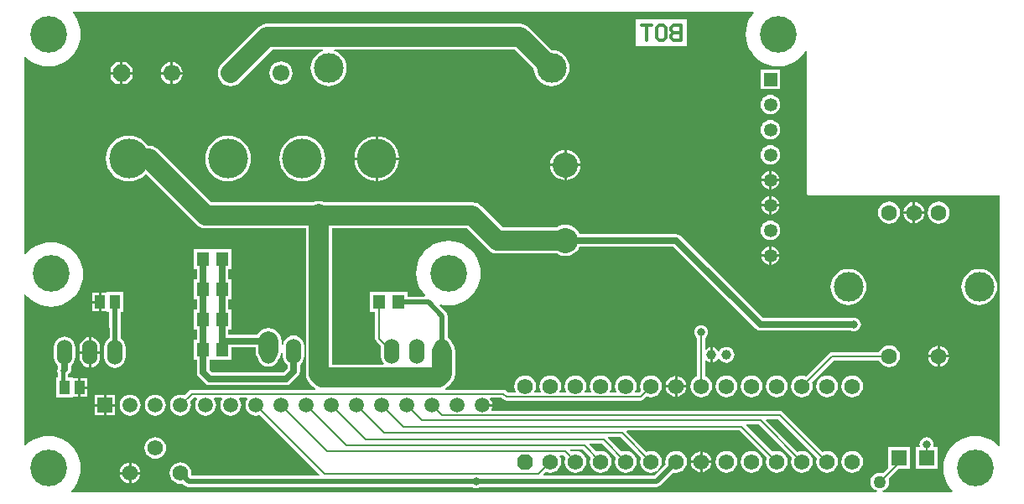
<source format=gbr>
%FSLAX44Y44*%
%MOMM*%
G71*
G01*
G75*
G04 Layer_Physical_Order=2*
G04 Layer_Color=16711680*
%ADD10R,1.1000X1.4000*%
%ADD11R,1.3000X1.4000*%
%ADD12R,1.4000X5.2000*%
%ADD13R,1.7000X2.0000*%
%ADD14R,1.4000X1.0000*%
%ADD15C,0.5000*%
%ADD16C,0.2000*%
%ADD17C,2.0000*%
%ADD18C,0.6500*%
%ADD19C,0.6500*%
%ADD20C,0.3000*%
%ADD21C,3.7000*%
%ADD22C,1.5000*%
%ADD23R,1.5000X1.5000*%
%ADD24P,1.8401X8X22.5*%
%ADD25C,1.7000*%
%ADD26C,3.0000*%
%ADD27C,4.0000*%
%ADD28C,2.5400*%
%ADD29C,1.5748*%
%ADD30P,1.7046X8X112.5*%
%ADD31O,1.5240X2.5400*%
%ADD32C,1.3508*%
%ADD33R,1.3508X1.3508*%
%ADD34C,1.0000*%
%ADD35C,1.6000*%
%ADD36C,0.8000*%
%ADD37C,1.2700*%
%ADD38R,1.6000X1.6000*%
%ADD39C,0.4000*%
%ADD40C,0.7000*%
G36*
X743893Y491258D02*
X742001Y489044D01*
X739331Y484686D01*
X737375Y479964D01*
X736182Y474995D01*
X735781Y469900D01*
X736182Y464805D01*
X737375Y459836D01*
X739331Y455114D01*
X742001Y450756D01*
X745320Y446870D01*
X749206Y443551D01*
X753564Y440881D01*
X758286Y438925D01*
X763255Y437732D01*
X768350Y437331D01*
X773445Y437732D01*
X778414Y438925D01*
X783136Y440881D01*
X787494Y443551D01*
X791380Y446870D01*
X794699Y450756D01*
X795819Y452584D01*
X797041Y452239D01*
Y309880D01*
X797274Y308710D01*
X797937Y307717D01*
X798930Y307054D01*
X800100Y306821D01*
X992412D01*
Y54692D01*
X991220Y54252D01*
X990770Y54780D01*
X986884Y58099D01*
X982526Y60769D01*
X977804Y62725D01*
X972835Y63918D01*
X967740Y64319D01*
X962645Y63918D01*
X957676Y62725D01*
X952954Y60769D01*
X948596Y58099D01*
X944710Y54780D01*
X941391Y50894D01*
X938721Y46536D01*
X936765Y41814D01*
X935572Y36845D01*
X935171Y31750D01*
X935572Y26655D01*
X936765Y21686D01*
X938721Y16964D01*
X941391Y12606D01*
X944692Y8742D01*
X944160Y7588D01*
X874303D01*
X874055Y8834D01*
X875935Y9613D01*
X877888Y11112D01*
X879387Y13065D01*
X880329Y15339D01*
X880651Y17780D01*
X880329Y20221D01*
X880066Y20858D01*
X890118Y30910D01*
X901270D01*
Y52910D01*
X879270D01*
Y31598D01*
X874298Y26625D01*
X873661Y26889D01*
X871220Y27211D01*
X868779Y26889D01*
X866505Y25947D01*
X864551Y24448D01*
X863053Y22495D01*
X862111Y20221D01*
X861789Y17780D01*
X862111Y15339D01*
X863053Y13065D01*
X864551Y11112D01*
X866505Y9613D01*
X868385Y8834D01*
X868137Y7588D01*
X55330D01*
X54798Y8742D01*
X58099Y12606D01*
X60769Y16964D01*
X62725Y21686D01*
X63918Y26655D01*
X64319Y31750D01*
X63918Y36845D01*
X62725Y41814D01*
X60769Y46536D01*
X58099Y50894D01*
X54780Y54780D01*
X50894Y58099D01*
X46536Y60769D01*
X41814Y62725D01*
X36845Y63918D01*
X31750Y64319D01*
X26655Y63918D01*
X21686Y62725D01*
X16964Y60769D01*
X12606Y58099D01*
X8742Y54798D01*
X7588Y55330D01*
Y206765D01*
X8780Y207204D01*
X11260Y204300D01*
X15146Y200981D01*
X19504Y198311D01*
X24226Y196355D01*
X29195Y195162D01*
X34290Y194761D01*
X39385Y195162D01*
X44354Y196355D01*
X49076Y198311D01*
X53434Y200981D01*
X57320Y204300D01*
X60639Y208186D01*
X63309Y212544D01*
X65265Y217266D01*
X66458Y222235D01*
X66859Y227330D01*
X66458Y232425D01*
X65265Y237394D01*
X63309Y242116D01*
X60639Y246474D01*
X57320Y250360D01*
X53434Y253679D01*
X49076Y256349D01*
X44354Y258305D01*
X39385Y259498D01*
X34290Y259899D01*
X29195Y259498D01*
X24226Y258305D01*
X19504Y256349D01*
X15146Y253679D01*
X11260Y250360D01*
X8780Y247456D01*
X7588Y247895D01*
Y446320D01*
X8742Y446852D01*
X12606Y443551D01*
X16964Y440881D01*
X21686Y438925D01*
X26655Y437732D01*
X31750Y437331D01*
X36845Y437732D01*
X41814Y438925D01*
X46536Y440881D01*
X50894Y443551D01*
X54780Y446870D01*
X58099Y450756D01*
X60769Y455114D01*
X62725Y459836D01*
X63918Y464805D01*
X64319Y469900D01*
X63918Y474995D01*
X62725Y479964D01*
X60769Y484686D01*
X58099Y489044D01*
X56207Y491258D01*
X56739Y492412D01*
X743361D01*
X743893Y491258D01*
D02*
G37*
%LPC*%
G36*
X666750Y124637D02*
Y115570D01*
X675817D01*
X675626Y117019D01*
X674577Y119552D01*
X672907Y121727D01*
X670732Y123397D01*
X668199Y124446D01*
X666750Y124637D01*
D02*
G37*
G36*
X664210D02*
X662761Y124446D01*
X660228Y123397D01*
X658053Y121727D01*
X656383Y119552D01*
X655334Y117019D01*
X655143Y115570D01*
X664210D01*
Y124637D01*
D02*
G37*
G36*
X216460Y252570D02*
X178460D01*
Y232570D01*
X181588D01*
Y222090D01*
X178460D01*
Y202090D01*
X181588D01*
Y191610D01*
X178460D01*
Y171610D01*
X181588D01*
Y161130D01*
X178460D01*
Y141130D01*
X181588D01*
Y128270D01*
X181588Y128270D01*
X181588D01*
X182073Y125831D01*
X183454Y123764D01*
X189804Y117414D01*
X191871Y116033D01*
X194310Y115548D01*
X271780D01*
X274219Y116033D01*
X276286Y117414D01*
X276286Y117414D01*
X276286Y117414D01*
X283906Y125034D01*
X285287Y127101D01*
X285772Y129540D01*
X285772Y129540D01*
X285772Y129540D01*
Y129540D01*
Y136284D01*
X286974Y137206D01*
X288677Y139424D01*
X289747Y142008D01*
X290112Y144780D01*
Y154940D01*
X289747Y157712D01*
X288677Y160296D01*
X286974Y162514D01*
X284756Y164217D01*
X282172Y165287D01*
X279400Y165652D01*
X276628Y165287D01*
X274044Y164217D01*
X271826Y162514D01*
X270123Y160296D01*
X269053Y157712D01*
X268688Y154940D01*
Y144780D01*
X269053Y142008D01*
X270123Y139424D01*
X271826Y137206D01*
X273028Y136284D01*
Y132179D01*
X269140Y128292D01*
X196950D01*
X194332Y130910D01*
Y141130D01*
X216460D01*
Y153448D01*
X240888D01*
Y149860D01*
X241335Y146466D01*
X242645Y143304D01*
X243670Y141967D01*
X244723Y139424D01*
X246426Y137206D01*
X248644Y135503D01*
X251228Y134433D01*
X254000Y134068D01*
X256772Y134433D01*
X259356Y135503D01*
X261574Y137206D01*
X263277Y139424D01*
X264330Y141967D01*
X265355Y143304D01*
X266665Y146466D01*
X267112Y149860D01*
Y159820D01*
X266665Y163214D01*
X265355Y166376D01*
X263272Y169092D01*
X260556Y171176D01*
X257394Y172486D01*
X254000Y172932D01*
X250606Y172486D01*
X247444Y171176D01*
X244728Y169092D01*
X242645Y166376D01*
X242568Y166193D01*
X213332D01*
Y171610D01*
X216460D01*
Y191610D01*
X213332D01*
Y202090D01*
X216460D01*
Y222090D01*
X213332D01*
Y232570D01*
X216460D01*
Y252570D01*
D02*
G37*
G36*
X107440Y209390D02*
X90440D01*
Y208930D01*
X85210D01*
Y199390D01*
Y189850D01*
X90440D01*
Y189390D01*
X93332D01*
Y174110D01*
X93452Y173507D01*
Y162753D01*
X91486Y161244D01*
X89783Y159026D01*
X88713Y156442D01*
X88348Y153670D01*
Y143510D01*
X88713Y140738D01*
X89783Y138154D01*
X91486Y135936D01*
X93704Y134233D01*
X96288Y133163D01*
X99060Y132798D01*
X101832Y133163D01*
X104416Y134233D01*
X106634Y135936D01*
X108337Y138154D01*
X109407Y140738D01*
X109772Y143510D01*
Y153670D01*
X109407Y156442D01*
X108337Y159026D01*
X106634Y161244D01*
X104668Y162753D01*
Y173990D01*
X104548Y174593D01*
Y189390D01*
X107440D01*
Y209390D01*
D02*
G37*
G36*
X72390Y147320D02*
X63412D01*
Y143510D01*
X63762Y140858D01*
X64785Y138386D01*
X66414Y136264D01*
X68536Y134635D01*
X71008Y133611D01*
X72390Y133429D01*
Y147320D01*
D02*
G37*
G36*
X71420Y122570D02*
X64650D01*
Y114300D01*
X71420D01*
Y122570D01*
D02*
G37*
G36*
X843280Y125268D02*
X840441Y124894D01*
X837796Y123798D01*
X835525Y122055D01*
X833782Y119784D01*
X832686Y117139D01*
X832312Y114300D01*
X832686Y111461D01*
X833782Y108816D01*
X835525Y106545D01*
X837796Y104802D01*
X840441Y103706D01*
X843280Y103332D01*
X846119Y103706D01*
X848764Y104802D01*
X851035Y106545D01*
X852778Y108816D01*
X853874Y111461D01*
X854248Y114300D01*
X853874Y117139D01*
X852778Y119784D01*
X851035Y122055D01*
X848764Y123798D01*
X846119Y124894D01*
X843280Y125268D01*
D02*
G37*
G36*
X817880D02*
X815041Y124894D01*
X812396Y123798D01*
X810125Y122055D01*
X808382Y119784D01*
X807286Y117139D01*
X806912Y114300D01*
X807286Y111461D01*
X808382Y108816D01*
X810125Y106545D01*
X812396Y104802D01*
X815041Y103706D01*
X817880Y103332D01*
X820719Y103706D01*
X823364Y104802D01*
X825635Y106545D01*
X827378Y108816D01*
X828474Y111461D01*
X828848Y114300D01*
X828474Y117139D01*
X827378Y119784D01*
X825635Y122055D01*
X823364Y123798D01*
X820719Y124894D01*
X817880Y125268D01*
D02*
G37*
G36*
X71420Y111760D02*
X64650D01*
Y103490D01*
X71420D01*
Y111760D01*
D02*
G37*
G36*
X675817Y113030D02*
X666750D01*
Y103963D01*
X668199Y104154D01*
X670732Y105203D01*
X672907Y106873D01*
X674577Y109048D01*
X675626Y111581D01*
X675817Y113030D01*
D02*
G37*
G36*
X664210D02*
X655143D01*
X655334Y111581D01*
X656383Y109048D01*
X658053Y106873D01*
X660228Y105203D01*
X662761Y104154D01*
X664210Y103963D01*
Y113030D01*
D02*
G37*
G36*
X83908Y147320D02*
X74930D01*
Y133429D01*
X76312Y133611D01*
X78784Y134635D01*
X80906Y136264D01*
X82535Y138386D01*
X83559Y140858D01*
X83908Y143510D01*
Y147320D01*
D02*
G37*
G36*
X72390Y163750D02*
X71008Y163568D01*
X68536Y162545D01*
X66414Y160916D01*
X64785Y158794D01*
X63762Y156322D01*
X63412Y153670D01*
Y149860D01*
X72390D01*
Y163750D01*
D02*
G37*
G36*
X716280Y154119D02*
X714192Y153844D01*
X712245Y153038D01*
X710574Y151756D01*
X709292Y150084D01*
X709166Y149781D01*
X707896Y149781D01*
X707867Y149853D01*
X706658Y151428D01*
X705083Y152636D01*
X703249Y153396D01*
X702550Y153488D01*
Y146050D01*
Y138612D01*
X703249Y138704D01*
X705083Y139464D01*
X706658Y140672D01*
X707867Y142247D01*
X707896Y142319D01*
X709166Y142319D01*
X709292Y142015D01*
X710574Y140344D01*
X712245Y139062D01*
X714192Y138256D01*
X716280Y137981D01*
X718368Y138256D01*
X720314Y139062D01*
X721986Y140344D01*
X723268Y142015D01*
X724074Y143962D01*
X724349Y146050D01*
X724074Y148138D01*
X723268Y150084D01*
X721986Y151756D01*
X720314Y153038D01*
X718368Y153844D01*
X716280Y154119D01*
D02*
G37*
G36*
X74930Y163750D02*
Y149860D01*
X83908D01*
Y153670D01*
X83559Y156322D01*
X82535Y158794D01*
X80906Y160916D01*
X78784Y162545D01*
X76312Y163568D01*
X74930Y163750D01*
D02*
G37*
G36*
X82670Y198120D02*
X75900D01*
Y189850D01*
X82670D01*
Y198120D01*
D02*
G37*
G36*
X113030Y367281D02*
X108521Y366837D01*
X104186Y365522D01*
X100190Y363386D01*
X96688Y360512D01*
X93814Y357010D01*
X91678Y353014D01*
X90363Y348679D01*
X89919Y344170D01*
X90363Y339661D01*
X91678Y335326D01*
X93814Y331330D01*
X96688Y327828D01*
X100190Y324954D01*
X104186Y322818D01*
X108521Y321503D01*
X113030Y321059D01*
X117539Y321503D01*
X121874Y322818D01*
X125870Y324954D01*
X129372Y327828D01*
X129573Y328073D01*
X130842Y328135D01*
X181228Y277748D01*
X181228Y277748D01*
X183944Y275665D01*
X185525Y275010D01*
X187106Y274355D01*
X190500Y273908D01*
X190500Y273908D01*
X291688D01*
Y149860D01*
Y126492D01*
X291688Y126492D01*
X292135Y123098D01*
X292790Y121517D01*
X293444Y119936D01*
X295528Y117220D01*
X295528Y117220D01*
X295528Y117220D01*
D01*
X295528D01*
Y117220D01*
D01*
X298703Y114045D01*
X298703Y114045D01*
X301419Y111961D01*
X301419Y111961D01*
D01*
X301011Y110758D01*
X176530D01*
X174969Y110448D01*
X173646Y109564D01*
X169058Y104976D01*
X167841Y105480D01*
X165100Y105841D01*
X162359Y105480D01*
X159805Y104422D01*
X157611Y102739D01*
X155928Y100545D01*
X154870Y97991D01*
X154509Y95250D01*
X154870Y92509D01*
X155928Y89955D01*
X157611Y87761D01*
X159805Y86078D01*
X162359Y85020D01*
X165100Y84659D01*
X167841Y85020D01*
X170395Y86078D01*
X172589Y87761D01*
X174272Y89955D01*
X175330Y92509D01*
X175691Y95250D01*
X175330Y97991D01*
X174826Y99208D01*
X178219Y102602D01*
X181471D01*
X182032Y101463D01*
X181328Y100545D01*
X180270Y97991D01*
X179909Y95250D01*
X180270Y92509D01*
X181328Y89955D01*
X183011Y87761D01*
X185205Y86078D01*
X187759Y85020D01*
X190500Y84659D01*
X193241Y85020D01*
X195795Y86078D01*
X197989Y87761D01*
X199672Y89955D01*
X200730Y92509D01*
X201091Y95250D01*
X200730Y97991D01*
X199672Y100545D01*
X198968Y101463D01*
X199529Y102602D01*
X206870D01*
X207432Y101463D01*
X206728Y100545D01*
X205670Y97991D01*
X205309Y95250D01*
X205670Y92509D01*
X206728Y89955D01*
X208411Y87761D01*
X210605Y86078D01*
X213159Y85020D01*
X215900Y84659D01*
X218641Y85020D01*
X221195Y86078D01*
X223389Y87761D01*
X225072Y89955D01*
X226130Y92509D01*
X226491Y95250D01*
X226130Y97991D01*
X225072Y100545D01*
X224368Y101463D01*
X224930Y102602D01*
X232271D01*
X232832Y101463D01*
X232128Y100545D01*
X231070Y97991D01*
X230709Y95250D01*
X231070Y92509D01*
X232128Y89955D01*
X233811Y87761D01*
X236005Y86078D01*
X238559Y85020D01*
X241300Y84659D01*
X244041Y85020D01*
X245258Y85524D01*
X305713Y25069D01*
X305227Y23896D01*
X176666D01*
X175828Y24851D01*
X176068Y26670D01*
X175694Y29509D01*
X174598Y32154D01*
X172855Y34425D01*
X170584Y36168D01*
X167939Y37264D01*
X165100Y37638D01*
X162261Y37264D01*
X159616Y36168D01*
X157345Y34425D01*
X155602Y32154D01*
X154506Y29509D01*
X154132Y26670D01*
X154506Y23831D01*
X155602Y21186D01*
X157345Y18915D01*
X159616Y17172D01*
X162261Y16076D01*
X165100Y15702D01*
X167784Y16056D01*
X169517Y14323D01*
X171336Y13107D01*
X173482Y12680D01*
X459310D01*
X459970Y12174D01*
X461673Y11468D01*
X463500Y11228D01*
X465328Y11468D01*
X467030Y12174D01*
X467691Y12680D01*
X645668D01*
X647814Y13107D01*
X649633Y14323D01*
X649633Y14323D01*
X649633Y14323D01*
X662796Y27485D01*
X665480Y27132D01*
X668319Y27506D01*
X670964Y28602D01*
X673235Y30345D01*
X674978Y32616D01*
X676074Y35261D01*
X676448Y38100D01*
X676074Y40939D01*
X674978Y43584D01*
X673235Y45855D01*
X670964Y47598D01*
X668319Y48694D01*
X665480Y49068D01*
X662641Y48694D01*
X659996Y47598D01*
X657725Y45855D01*
X655982Y43584D01*
X654886Y40939D01*
X654512Y38100D01*
X654865Y35416D01*
X643345Y23896D01*
X531703D01*
X531217Y25069D01*
X534236Y28088D01*
X535641Y27506D01*
X538480Y27132D01*
X541319Y27506D01*
X543964Y28602D01*
X546235Y30345D01*
X547978Y32616D01*
X549074Y35261D01*
X549448Y38100D01*
X549074Y40939D01*
X547978Y43584D01*
X548524Y44690D01*
X551523D01*
X553868Y42344D01*
X553286Y40939D01*
X552912Y38100D01*
X553286Y35261D01*
X554382Y32616D01*
X556125Y30345D01*
X558396Y28602D01*
X561041Y27506D01*
X563880Y27132D01*
X566719Y27506D01*
X569364Y28602D01*
X571635Y30345D01*
X573378Y32616D01*
X574474Y35261D01*
X574848Y38100D01*
X574474Y40939D01*
X573378Y43584D01*
X571635Y45855D01*
X569364Y47598D01*
X566719Y48694D01*
X563880Y49068D01*
X561041Y48694D01*
X559636Y48112D01*
X558389Y49358D01*
X558875Y50532D01*
X571081D01*
X579268Y42344D01*
X578686Y40939D01*
X578312Y38100D01*
X578686Y35261D01*
X579782Y32616D01*
X581525Y30345D01*
X583796Y28602D01*
X586441Y27506D01*
X589280Y27132D01*
X592119Y27506D01*
X594764Y28602D01*
X597035Y30345D01*
X598778Y32616D01*
X599874Y35261D01*
X600248Y38100D01*
X599874Y40939D01*
X598778Y43584D01*
X597035Y45855D01*
X594764Y47598D01*
X592119Y48694D01*
X589280Y49068D01*
X586441Y48694D01*
X585036Y48112D01*
X577947Y55200D01*
X578433Y56374D01*
X590639D01*
X604668Y42344D01*
X604086Y40939D01*
X603712Y38100D01*
X604086Y35261D01*
X605182Y32616D01*
X606925Y30345D01*
X609196Y28602D01*
X611841Y27506D01*
X614680Y27132D01*
X617519Y27506D01*
X620164Y28602D01*
X622435Y30345D01*
X624178Y32616D01*
X625274Y35261D01*
X625648Y38100D01*
X625274Y40939D01*
X624178Y43584D01*
X622435Y45855D01*
X620164Y47598D01*
X617519Y48694D01*
X614680Y49068D01*
X611841Y48694D01*
X610436Y48112D01*
X596489Y62058D01*
X596975Y63232D01*
X609181D01*
X630068Y42344D01*
X629486Y40939D01*
X629112Y38100D01*
X629486Y35261D01*
X630582Y32616D01*
X632325Y30345D01*
X634596Y28602D01*
X637241Y27506D01*
X640080Y27132D01*
X642919Y27506D01*
X645564Y28602D01*
X647835Y30345D01*
X649578Y32616D01*
X650674Y35261D01*
X651048Y38100D01*
X650674Y40939D01*
X649578Y43584D01*
X647835Y45855D01*
X645564Y47598D01*
X642919Y48694D01*
X640080Y49068D01*
X637241Y48694D01*
X635836Y48112D01*
X615539Y68408D01*
X616025Y69582D01*
X729831D01*
X757068Y42344D01*
X756486Y40939D01*
X756112Y38100D01*
X756486Y35261D01*
X757582Y32616D01*
X759325Y30345D01*
X761596Y28602D01*
X764241Y27506D01*
X767080Y27132D01*
X769919Y27506D01*
X772564Y28602D01*
X774835Y30345D01*
X776578Y32616D01*
X777674Y35261D01*
X778048Y38100D01*
X777674Y40939D01*
X776578Y43584D01*
X774835Y45855D01*
X772564Y47598D01*
X769919Y48694D01*
X767080Y49068D01*
X764241Y48694D01*
X762836Y48112D01*
X736189Y74758D01*
X736675Y75932D01*
X748881D01*
X782468Y42344D01*
X781886Y40939D01*
X781512Y38100D01*
X781886Y35261D01*
X782982Y32616D01*
X784725Y30345D01*
X786996Y28602D01*
X789641Y27506D01*
X792480Y27132D01*
X795319Y27506D01*
X797964Y28602D01*
X800235Y30345D01*
X801978Y32616D01*
X803074Y35261D01*
X803448Y38100D01*
X803074Y40939D01*
X801978Y43584D01*
X800235Y45855D01*
X797964Y47598D01*
X795319Y48694D01*
X792480Y49068D01*
X789641Y48694D01*
X788236Y48112D01*
X756349Y79998D01*
X756835Y81172D01*
X769041D01*
X807868Y42344D01*
X807286Y40939D01*
X806912Y38100D01*
X807286Y35261D01*
X808382Y32616D01*
X810125Y30345D01*
X812396Y28602D01*
X815041Y27506D01*
X817880Y27132D01*
X820719Y27506D01*
X823364Y28602D01*
X825635Y30345D01*
X827378Y32616D01*
X828474Y35261D01*
X828848Y38100D01*
X828474Y40939D01*
X827378Y43584D01*
X825635Y45855D01*
X823364Y47598D01*
X820719Y48694D01*
X817880Y49068D01*
X815041Y48694D01*
X813636Y48112D01*
X773614Y88134D01*
X772291Y89018D01*
X772032Y89069D01*
X770730Y89328D01*
X770730Y89328D01*
X479457D01*
X478752Y90384D01*
X479682Y92629D01*
X479859Y93980D01*
X469900D01*
Y96520D01*
X479859D01*
X479682Y97871D01*
X478670Y100313D01*
X477788Y101463D01*
X478350Y102602D01*
X489547D01*
X491146Y101002D01*
X491146Y101002D01*
X492469Y100118D01*
X492469Y100118D01*
X492469Y100118D01*
D01*
X492469Y100118D01*
X492469Y100118D01*
X494030Y99808D01*
X629666D01*
X629666Y99808D01*
X630968Y100067D01*
X631227Y100118D01*
X632550Y101002D01*
X632550Y101002D01*
X632550Y101002D01*
X635836Y104288D01*
X637241Y103706D01*
X640080Y103332D01*
X642919Y103706D01*
X645564Y104802D01*
X647835Y106545D01*
X649578Y108816D01*
X650674Y111461D01*
X651048Y114300D01*
X650674Y117139D01*
X649578Y119784D01*
X647835Y122055D01*
X645564Y123798D01*
X642919Y124894D01*
X640080Y125268D01*
X637241Y124894D01*
X634596Y123798D01*
X632325Y122055D01*
X630582Y119784D01*
X629486Y117139D01*
X629112Y114300D01*
X629486Y111461D01*
X630068Y110056D01*
X627977Y107964D01*
X624969D01*
X624263Y109020D01*
X625274Y111461D01*
X625648Y114300D01*
X625274Y117139D01*
X624178Y119784D01*
X622435Y122055D01*
X620164Y123798D01*
X617519Y124894D01*
X614680Y125268D01*
X611841Y124894D01*
X609196Y123798D01*
X606925Y122055D01*
X605182Y119784D01*
X604086Y117139D01*
X603712Y114300D01*
X604086Y111461D01*
X605097Y109020D01*
X604391Y107964D01*
X599569D01*
X598863Y109020D01*
X599874Y111461D01*
X600248Y114300D01*
X599874Y117139D01*
X598778Y119784D01*
X597035Y122055D01*
X594764Y123798D01*
X592119Y124894D01*
X589280Y125268D01*
X586441Y124894D01*
X583796Y123798D01*
X581525Y122055D01*
X579782Y119784D01*
X578686Y117139D01*
X578312Y114300D01*
X578686Y111461D01*
X579697Y109020D01*
X578991Y107964D01*
X574169D01*
X573463Y109020D01*
X574474Y111461D01*
X574848Y114300D01*
X574474Y117139D01*
X573378Y119784D01*
X571635Y122055D01*
X569364Y123798D01*
X566719Y124894D01*
X563880Y125268D01*
X561041Y124894D01*
X558396Y123798D01*
X556125Y122055D01*
X554382Y119784D01*
X553286Y117139D01*
X552912Y114300D01*
X553286Y111461D01*
X554297Y109020D01*
X553591Y107964D01*
X548769D01*
X548063Y109020D01*
X549074Y111461D01*
X549448Y114300D01*
X549074Y117139D01*
X547978Y119784D01*
X546235Y122055D01*
X543964Y123798D01*
X541319Y124894D01*
X538480Y125268D01*
X535641Y124894D01*
X532996Y123798D01*
X530725Y122055D01*
X528982Y119784D01*
X527886Y117139D01*
X527512Y114300D01*
X527886Y111461D01*
X528897Y109020D01*
X528191Y107964D01*
X523369D01*
X522663Y109020D01*
X523674Y111461D01*
X524048Y114300D01*
X523674Y117139D01*
X522578Y119784D01*
X520835Y122055D01*
X518564Y123798D01*
X515919Y124894D01*
X513080Y125268D01*
X510241Y124894D01*
X507596Y123798D01*
X505325Y122055D01*
X503582Y119784D01*
X502486Y117139D01*
X502112Y114300D01*
X502486Y111461D01*
X503497Y109020D01*
X502791Y107964D01*
X495719D01*
X494120Y109564D01*
X492797Y110448D01*
X492538Y110499D01*
X491236Y110758D01*
X491236Y110758D01*
X432631D01*
X432133Y111961D01*
X432133Y111961D01*
X432133Y111961D01*
X432133Y111961D01*
X434849Y114045D01*
X434849Y114045D01*
X434849Y114045D01*
X438532Y117728D01*
X438532Y117728D01*
X438532Y117728D01*
X440616Y120444D01*
X441542Y122680D01*
X441925Y123606D01*
X442372Y127000D01*
X442372Y127000D01*
Y149860D01*
X441925Y153254D01*
X440616Y156416D01*
X439590Y157753D01*
X438537Y160296D01*
X436834Y162514D01*
X434868Y164023D01*
Y185420D01*
X434441Y187566D01*
X433225Y189385D01*
X426463Y196148D01*
X427083Y197256D01*
X430515Y196432D01*
X435610Y196031D01*
X440705Y196432D01*
X445674Y197625D01*
X450396Y199581D01*
X454754Y202251D01*
X458640Y205570D01*
X461959Y209456D01*
X464629Y213814D01*
X466585Y218536D01*
X467778Y223505D01*
X468179Y228600D01*
X467778Y233695D01*
X466585Y238664D01*
X464629Y243386D01*
X461959Y247744D01*
X458640Y251630D01*
X454754Y254949D01*
X450396Y257619D01*
X445674Y259575D01*
X440705Y260768D01*
X435610Y261169D01*
X430515Y260768D01*
X425546Y259575D01*
X420824Y257619D01*
X416466Y254949D01*
X412580Y251630D01*
X409261Y247744D01*
X406591Y243386D01*
X404635Y238664D01*
X403442Y233695D01*
X403041Y228600D01*
X403442Y223505D01*
X404635Y218536D01*
X406591Y213814D01*
X409261Y209456D01*
X412084Y206151D01*
X411553Y204998D01*
X394260D01*
Y209390D01*
X375260D01*
D01*
D01*
X375260Y209390D01*
X375260D01*
Y209390D01*
D01*
X356260D01*
Y189390D01*
X361682D01*
Y162560D01*
X361682Y162560D01*
X361941Y161258D01*
X361992Y160999D01*
X362876Y159676D01*
X362876Y159676D01*
X362876Y159676D01*
X362876Y159676D01*
Y159676D01*
X367748Y154804D01*
Y144780D01*
X368113Y142008D01*
X369183Y139424D01*
X370608Y137568D01*
X370046Y136429D01*
X317912D01*
Y149860D01*
Y273908D01*
X454309D01*
X475868Y252348D01*
X475868Y252348D01*
X478584Y250264D01*
X479510Y249881D01*
X481746Y248955D01*
X485140Y248508D01*
X485140Y248508D01*
X544949D01*
X544955Y248503D01*
X547683Y247045D01*
X550642Y246147D01*
X553720Y245844D01*
X556798Y246147D01*
X559757Y247045D01*
X562485Y248503D01*
X564875Y250465D01*
X566837Y252855D01*
X568116Y255247D01*
X663094D01*
X746064Y172278D01*
X748131Y170897D01*
X750570Y170411D01*
X842151D01*
X843231Y169964D01*
X845058Y169724D01*
X846885Y169964D01*
X848588Y170669D01*
X850050Y171792D01*
X851172Y173254D01*
X851878Y174957D01*
X852118Y176784D01*
X851878Y178611D01*
X851172Y180314D01*
X850050Y181776D01*
X848588Y182899D01*
X846885Y183604D01*
X845058Y183844D01*
X843231Y183604D01*
X842151Y183157D01*
X753210D01*
X670240Y266126D01*
X668173Y267507D01*
X665734Y267992D01*
X568116D01*
X566837Y270385D01*
X564875Y272775D01*
X562485Y274737D01*
X559757Y276195D01*
X556798Y277093D01*
X553720Y277396D01*
X550642Y277093D01*
X547683Y276195D01*
X544955Y274737D01*
X544949Y274732D01*
X490571D01*
X469012Y296292D01*
X466296Y298375D01*
X464715Y299030D01*
X463134Y299685D01*
X459740Y300132D01*
X459740Y300132D01*
X310181D01*
X309775Y300300D01*
X308194Y300955D01*
X304800Y301402D01*
X301406Y300955D01*
X299825Y300300D01*
X299419Y300132D01*
X195931D01*
X142622Y353442D01*
X139906Y355526D01*
X138325Y356180D01*
X136744Y356835D01*
X133350Y357282D01*
X133350Y357282D01*
X132023D01*
X129372Y360512D01*
X125870Y363386D01*
X121874Y365522D01*
X117539Y366837D01*
X113030Y367281D01*
D02*
G37*
G36*
X931820Y155094D02*
Y145900D01*
X941014D01*
X940818Y147382D01*
X939756Y149946D01*
X938067Y152147D01*
X935865Y153837D01*
X933301Y154899D01*
X931820Y155094D01*
D02*
G37*
G36*
X929280Y143360D02*
X920086D01*
X920281Y141879D01*
X921343Y139315D01*
X923033Y137113D01*
X925234Y135423D01*
X927798Y134361D01*
X929280Y134166D01*
Y143360D01*
D02*
G37*
G36*
X880550Y155725D02*
X877678Y155347D01*
X875003Y154239D01*
X872705Y152475D01*
X870941Y150178D01*
X870333Y148708D01*
X822810D01*
X821249Y148398D01*
X819926Y147514D01*
X819926Y147514D01*
X796724Y124312D01*
X795319Y124894D01*
X792480Y125268D01*
X789641Y124894D01*
X786996Y123798D01*
X784725Y122055D01*
X782982Y119784D01*
X781886Y117139D01*
X781512Y114300D01*
X781886Y111461D01*
X782982Y108816D01*
X784725Y106545D01*
X786996Y104802D01*
X789641Y103706D01*
X792480Y103332D01*
X795319Y103706D01*
X797964Y104802D01*
X800235Y106545D01*
X801978Y108816D01*
X803074Y111461D01*
X803448Y114300D01*
X803074Y117139D01*
X802492Y118544D01*
X824499Y140552D01*
X870333D01*
X870941Y139083D01*
X872705Y136785D01*
X875003Y135022D01*
X877678Y133913D01*
X880550Y133535D01*
X883421Y133913D01*
X886097Y135022D01*
X888395Y136785D01*
X890158Y139083D01*
X891267Y141759D01*
X891645Y144630D01*
X891267Y147502D01*
X890158Y150178D01*
X888395Y152475D01*
X886097Y154239D01*
X883421Y155347D01*
X880550Y155725D01*
D02*
G37*
G36*
X941014Y143360D02*
X931820D01*
Y134166D01*
X933301Y134361D01*
X935865Y135423D01*
X938067Y137113D01*
X939756Y139315D01*
X940818Y141879D01*
X941014Y143360D01*
D02*
G37*
G36*
X929280Y155094D02*
X927798Y154899D01*
X925234Y153837D01*
X923033Y152147D01*
X921343Y149946D01*
X920281Y147382D01*
X920086Y145900D01*
X929280D01*
Y155094D01*
D02*
G37*
G36*
X690880Y175985D02*
X689053Y175744D01*
X687350Y175039D01*
X685888Y173917D01*
X684765Y172454D01*
X684060Y170752D01*
X683820Y168924D01*
X684060Y167097D01*
X684765Y165394D01*
X685888Y163932D01*
X686802Y163230D01*
Y124381D01*
X685396Y123798D01*
X683125Y122055D01*
X681382Y119784D01*
X680286Y117139D01*
X679912Y114300D01*
X680286Y111461D01*
X681382Y108816D01*
X683125Y106545D01*
X685396Y104802D01*
X688041Y103706D01*
X690880Y103332D01*
X693719Y103706D01*
X696364Y104802D01*
X698635Y106545D01*
X700378Y108816D01*
X701474Y111461D01*
X701848Y114300D01*
X701474Y117139D01*
X700378Y119784D01*
X698635Y122055D01*
X696364Y123798D01*
X694958Y124381D01*
Y139961D01*
X696097Y140523D01*
X697478Y139464D01*
X699312Y138704D01*
X700010Y138612D01*
Y146050D01*
Y153488D01*
X699312Y153396D01*
X697478Y152636D01*
X696097Y151577D01*
X694958Y152139D01*
Y163230D01*
X695872Y163932D01*
X696994Y165394D01*
X697700Y167097D01*
X697940Y168924D01*
X697700Y170752D01*
X696994Y172454D01*
X695872Y173917D01*
X694410Y175039D01*
X692707Y175744D01*
X690880Y175985D01*
D02*
G37*
G36*
X113030Y37007D02*
X111581Y36816D01*
X109048Y35767D01*
X106873Y34097D01*
X105203Y31922D01*
X104154Y29389D01*
X103963Y27940D01*
X113030D01*
Y37007D01*
D02*
G37*
G36*
X701217Y36830D02*
X692150D01*
Y27763D01*
X693599Y27954D01*
X696132Y29003D01*
X698307Y30673D01*
X699977Y32848D01*
X701026Y35381D01*
X701217Y36830D01*
D02*
G37*
G36*
X115570Y37007D02*
Y27940D01*
X124637D01*
X124446Y29389D01*
X123397Y31922D01*
X121727Y34097D01*
X119552Y35767D01*
X117019Y36816D01*
X115570Y37007D01*
D02*
G37*
G36*
X689610Y48437D02*
X688161Y48246D01*
X685628Y47197D01*
X683453Y45527D01*
X681783Y43352D01*
X680734Y40819D01*
X680543Y39370D01*
X689610D01*
Y48437D01*
D02*
G37*
G36*
X918270Y62880D02*
X916443Y62640D01*
X914740Y61934D01*
X913278Y60813D01*
X912156Y59350D01*
X911450Y57647D01*
X911210Y55820D01*
X911450Y53993D01*
X911461Y53966D01*
X910756Y52910D01*
X907270D01*
Y30910D01*
X929270D01*
Y52910D01*
X925784D01*
X925079Y53966D01*
X925090Y53993D01*
X925330Y55820D01*
X925090Y57647D01*
X924384Y59350D01*
X923262Y60813D01*
X921800Y61934D01*
X920097Y62640D01*
X918270Y62880D01*
D02*
G37*
G36*
X689610Y36830D02*
X680543D01*
X680734Y35381D01*
X681783Y32848D01*
X683453Y30673D01*
X685628Y29003D01*
X688161Y27954D01*
X689610Y27763D01*
Y36830D01*
D02*
G37*
G36*
X124637Y25400D02*
X115570D01*
Y16333D01*
X117019Y16524D01*
X119552Y17573D01*
X121727Y19243D01*
X123397Y21418D01*
X124446Y23951D01*
X124637Y25400D01*
D02*
G37*
G36*
X113030D02*
X103963D01*
X104154Y23951D01*
X105203Y21418D01*
X106873Y19243D01*
X109048Y17573D01*
X111581Y16524D01*
X113030Y16333D01*
Y25400D01*
D02*
G37*
G36*
X716280Y49068D02*
X713441Y48694D01*
X710796Y47598D01*
X708525Y45855D01*
X706782Y43584D01*
X705686Y40939D01*
X705312Y38100D01*
X705686Y35261D01*
X706782Y32616D01*
X708525Y30345D01*
X710796Y28602D01*
X713441Y27506D01*
X716280Y27132D01*
X719119Y27506D01*
X721764Y28602D01*
X724035Y30345D01*
X725778Y32616D01*
X726874Y35261D01*
X727248Y38100D01*
X726874Y40939D01*
X725778Y43584D01*
X724035Y45855D01*
X721764Y47598D01*
X719119Y48694D01*
X716280Y49068D01*
D02*
G37*
G36*
X843280D02*
X840441Y48694D01*
X837796Y47598D01*
X835525Y45855D01*
X833782Y43584D01*
X832686Y40939D01*
X832312Y38100D01*
X832686Y35261D01*
X833782Y32616D01*
X835525Y30345D01*
X837796Y28602D01*
X840441Y27506D01*
X843280Y27132D01*
X846119Y27506D01*
X848764Y28602D01*
X851035Y30345D01*
X852778Y32616D01*
X853874Y35261D01*
X854248Y38100D01*
X853874Y40939D01*
X852778Y43584D01*
X851035Y45855D01*
X848764Y47598D01*
X846119Y48694D01*
X843280Y49068D01*
D02*
G37*
G36*
X741680D02*
X738841Y48694D01*
X736196Y47598D01*
X733925Y45855D01*
X732182Y43584D01*
X731086Y40939D01*
X730712Y38100D01*
X731086Y35261D01*
X732182Y32616D01*
X733925Y30345D01*
X736196Y28602D01*
X738841Y27506D01*
X741680Y27132D01*
X744519Y27506D01*
X747164Y28602D01*
X749435Y30345D01*
X751178Y32616D01*
X752274Y35261D01*
X752648Y38100D01*
X752274Y40939D01*
X751178Y43584D01*
X749435Y45855D01*
X747164Y47598D01*
X744519Y48694D01*
X741680Y49068D01*
D02*
G37*
G36*
X692150Y48437D02*
Y39370D01*
X701217D01*
X701026Y40819D01*
X699977Y43352D01*
X698307Y45527D01*
X696132Y47197D01*
X693599Y48246D01*
X692150Y48437D01*
D02*
G37*
G36*
X48260Y164382D02*
X45488Y164017D01*
X42904Y162947D01*
X40686Y161244D01*
X38983Y159026D01*
X37913Y156442D01*
X37548Y153670D01*
Y143510D01*
X37913Y140738D01*
X38983Y138154D01*
X40686Y135936D01*
X41704Y135154D01*
Y133177D01*
X41047Y132194D01*
X40620Y130048D01*
X41047Y127902D01*
X41130Y127778D01*
Y123030D01*
X39880D01*
Y103030D01*
X56880D01*
Y103490D01*
X62110D01*
Y113030D01*
Y122570D01*
X56880D01*
Y123030D01*
X51326D01*
Y126314D01*
X51538Y126402D01*
X52896Y127444D01*
X53938Y128802D01*
X54593Y130383D01*
X54816Y132080D01*
Y135154D01*
X55834Y135936D01*
X57537Y138154D01*
X58607Y140738D01*
X58972Y143510D01*
Y153670D01*
X58607Y156442D01*
X57537Y159026D01*
X55834Y161244D01*
X53616Y162947D01*
X51032Y164017D01*
X48260Y164382D01*
D02*
G37*
G36*
X98940Y105290D02*
X90170D01*
Y96520D01*
X98940D01*
Y105290D01*
D02*
G37*
G36*
X716280Y125268D02*
X713441Y124894D01*
X710796Y123798D01*
X708525Y122055D01*
X706782Y119784D01*
X705686Y117139D01*
X705312Y114300D01*
X705686Y111461D01*
X706782Y108816D01*
X708525Y106545D01*
X710796Y104802D01*
X713441Y103706D01*
X716280Y103332D01*
X719119Y103706D01*
X721764Y104802D01*
X724035Y106545D01*
X725778Y108816D01*
X726874Y111461D01*
X727248Y114300D01*
X726874Y117139D01*
X725778Y119784D01*
X724035Y122055D01*
X721764Y123798D01*
X719119Y124894D01*
X716280Y125268D01*
D02*
G37*
G36*
X767080D02*
X764241Y124894D01*
X761596Y123798D01*
X759325Y122055D01*
X757582Y119784D01*
X756486Y117139D01*
X756112Y114300D01*
X756486Y111461D01*
X757582Y108816D01*
X759325Y106545D01*
X761596Y104802D01*
X764241Y103706D01*
X767080Y103332D01*
X769919Y103706D01*
X772564Y104802D01*
X774835Y106545D01*
X776578Y108816D01*
X777674Y111461D01*
X778048Y114300D01*
X777674Y117139D01*
X776578Y119784D01*
X774835Y122055D01*
X772564Y123798D01*
X769919Y124894D01*
X767080Y125268D01*
D02*
G37*
G36*
X741680D02*
X738841Y124894D01*
X736196Y123798D01*
X733925Y122055D01*
X732182Y119784D01*
X731086Y117139D01*
X730712Y114300D01*
X731086Y111461D01*
X732182Y108816D01*
X733925Y106545D01*
X736196Y104802D01*
X738841Y103706D01*
X741680Y103332D01*
X744519Y103706D01*
X747164Y104802D01*
X749435Y106545D01*
X751178Y108816D01*
X752274Y111461D01*
X752648Y114300D01*
X752274Y117139D01*
X751178Y119784D01*
X749435Y122055D01*
X747164Y123798D01*
X744519Y124894D01*
X741680Y125268D01*
D02*
G37*
G36*
X87630Y105290D02*
X78860D01*
Y96520D01*
X87630D01*
Y105290D01*
D02*
G37*
G36*
X114300Y105841D02*
X111559Y105480D01*
X109005Y104422D01*
X106811Y102739D01*
X105128Y100545D01*
X104070Y97991D01*
X103709Y95250D01*
X104070Y92509D01*
X105128Y89955D01*
X106811Y87761D01*
X109005Y86078D01*
X111559Y85020D01*
X114300Y84659D01*
X117041Y85020D01*
X119595Y86078D01*
X121789Y87761D01*
X123472Y89955D01*
X124530Y92509D01*
X124891Y95250D01*
X124530Y97991D01*
X123472Y100545D01*
X121789Y102739D01*
X119595Y104422D01*
X117041Y105480D01*
X114300Y105841D01*
D02*
G37*
G36*
X139700Y63038D02*
X136861Y62664D01*
X134216Y61568D01*
X131945Y59825D01*
X130202Y57554D01*
X129106Y54909D01*
X128732Y52070D01*
X129106Y49231D01*
X130202Y46586D01*
X131945Y44315D01*
X134216Y42572D01*
X136861Y41476D01*
X139700Y41102D01*
X142539Y41476D01*
X145184Y42572D01*
X147455Y44315D01*
X149198Y46586D01*
X150294Y49231D01*
X150668Y52070D01*
X150294Y54909D01*
X149198Y57554D01*
X147455Y59825D01*
X145184Y61568D01*
X142539Y62664D01*
X139700Y63038D01*
D02*
G37*
G36*
Y105841D02*
X136959Y105480D01*
X134405Y104422D01*
X132211Y102739D01*
X130528Y100545D01*
X129470Y97991D01*
X129109Y95250D01*
X129470Y92509D01*
X130528Y89955D01*
X132211Y87761D01*
X134405Y86078D01*
X136959Y85020D01*
X139700Y84659D01*
X142441Y85020D01*
X144995Y86078D01*
X147189Y87761D01*
X148872Y89955D01*
X149930Y92509D01*
X150291Y95250D01*
X149930Y97991D01*
X148872Y100545D01*
X147189Y102739D01*
X144995Y104422D01*
X142441Y105480D01*
X139700Y105841D01*
D02*
G37*
G36*
X98940Y93980D02*
X90170D01*
Y85210D01*
X98940D01*
Y93980D01*
D02*
G37*
G36*
X87630D02*
X78860D01*
Y85210D01*
X87630D01*
Y93980D01*
D02*
G37*
G36*
X839470Y232717D02*
X835941Y232369D01*
X832548Y231340D01*
X829421Y229669D01*
X826681Y227419D01*
X824431Y224679D01*
X822760Y221552D01*
X821730Y218159D01*
X821383Y214630D01*
X821730Y211101D01*
X822760Y207708D01*
X824431Y204581D01*
X826681Y201840D01*
X829421Y199591D01*
X832548Y197920D01*
X835941Y196891D01*
X839470Y196543D01*
X842999Y196891D01*
X846392Y197920D01*
X849519Y199591D01*
X852260Y201840D01*
X854509Y204581D01*
X856180Y207708D01*
X857209Y211101D01*
X857557Y214630D01*
X857209Y218159D01*
X856180Y221552D01*
X854509Y224679D01*
X852260Y227419D01*
X849519Y229669D01*
X846392Y231340D01*
X842999Y232369D01*
X839470Y232717D01*
D02*
G37*
G36*
X361950Y366694D02*
X358801Y366384D01*
X354553Y365095D01*
X350637Y363002D01*
X347205Y360185D01*
X344388Y356753D01*
X342295Y352837D01*
X341006Y348589D01*
X340696Y345440D01*
X361950D01*
Y366694D01*
D02*
G37*
G36*
X554990Y353009D02*
Y339090D01*
X568909D01*
X568740Y340808D01*
X567868Y343680D01*
X566453Y346328D01*
X564548Y348648D01*
X562228Y350553D01*
X559580Y351968D01*
X556708Y352840D01*
X554990Y353009D01*
D02*
G37*
G36*
X364490Y366694D02*
Y345440D01*
X385744D01*
X385434Y348589D01*
X384145Y352837D01*
X382052Y356753D01*
X379235Y360185D01*
X375803Y363002D01*
X371887Y365095D01*
X367639Y366384D01*
X364490Y366694D01*
D02*
G37*
G36*
X760730Y408618D02*
X758184Y408283D01*
X755811Y407300D01*
X753773Y405737D01*
X752210Y403699D01*
X751227Y401326D01*
X750892Y398780D01*
X751227Y396234D01*
X752210Y393861D01*
X753773Y391823D01*
X755811Y390260D01*
X758184Y389277D01*
X760730Y388942D01*
X763276Y389277D01*
X765649Y390260D01*
X767687Y391823D01*
X769250Y393861D01*
X770233Y396234D01*
X770568Y398780D01*
X770233Y401326D01*
X769250Y403699D01*
X767687Y405737D01*
X765649Y407300D01*
X763276Y408283D01*
X760730Y408618D01*
D02*
G37*
G36*
Y383218D02*
X758184Y382883D01*
X755811Y381900D01*
X753773Y380337D01*
X752210Y378299D01*
X751227Y375926D01*
X750892Y373380D01*
X751227Y370834D01*
X752210Y368461D01*
X753773Y366423D01*
X755811Y364860D01*
X758184Y363877D01*
X760730Y363542D01*
X763276Y363877D01*
X765649Y364860D01*
X767687Y366423D01*
X769250Y368461D01*
X770233Y370834D01*
X770568Y373380D01*
X770233Y375926D01*
X769250Y378299D01*
X767687Y380337D01*
X765649Y381900D01*
X763276Y382883D01*
X760730Y383218D01*
D02*
G37*
G36*
X552450Y353009D02*
X550732Y352840D01*
X547860Y351968D01*
X545212Y350553D01*
X542892Y348648D01*
X540987Y346328D01*
X539572Y343680D01*
X538700Y340808D01*
X538531Y339090D01*
X552450D01*
Y353009D01*
D02*
G37*
G36*
X568909Y336550D02*
X554990D01*
Y322631D01*
X556708Y322800D01*
X559580Y323672D01*
X562228Y325087D01*
X564548Y326992D01*
X566453Y329312D01*
X567868Y331960D01*
X568740Y334832D01*
X568909Y336550D01*
D02*
G37*
G36*
X552450D02*
X538531D01*
X538700Y334832D01*
X539572Y331960D01*
X540987Y329312D01*
X542892Y326992D01*
X545212Y325087D01*
X547860Y323672D01*
X550732Y322800D01*
X552450Y322631D01*
Y336550D01*
D02*
G37*
G36*
X759460Y331787D02*
X758304Y331635D01*
X756043Y330698D01*
X754101Y329208D01*
X752612Y327267D01*
X751675Y325006D01*
X751523Y323850D01*
X759460D01*
Y331787D01*
D02*
G37*
G36*
X760730Y357818D02*
X758184Y357483D01*
X755811Y356500D01*
X753773Y354937D01*
X752210Y352899D01*
X751227Y350526D01*
X750892Y347980D01*
X751227Y345434D01*
X752210Y343061D01*
X753773Y341023D01*
X755811Y339460D01*
X758184Y338477D01*
X760730Y338142D01*
X763276Y338477D01*
X765649Y339460D01*
X767687Y341023D01*
X769250Y343061D01*
X770233Y345434D01*
X770568Y347980D01*
X770233Y350526D01*
X769250Y352899D01*
X767687Y354937D01*
X765649Y356500D01*
X763276Y357483D01*
X760730Y357818D01*
D02*
G37*
G36*
X762000Y331787D02*
Y323850D01*
X769937D01*
X769785Y325006D01*
X768848Y327267D01*
X767358Y329208D01*
X765417Y330698D01*
X763156Y331635D01*
X762000Y331787D01*
D02*
G37*
G36*
X770484Y433934D02*
X750976D01*
Y414426D01*
X770484D01*
Y433934D01*
D02*
G37*
G36*
X154940Y441498D02*
X153328Y441286D01*
X150642Y440173D01*
X148336Y438404D01*
X146567Y436098D01*
X145454Y433412D01*
X145242Y431800D01*
X154940D01*
Y441498D01*
D02*
G37*
G36*
X110930Y441570D02*
X106680D01*
Y431800D01*
X116450D01*
Y436050D01*
X110930Y441570D01*
D02*
G37*
G36*
X157480Y441498D02*
Y431800D01*
X167178D01*
X166966Y433412D01*
X165853Y436098D01*
X164084Y438404D01*
X161778Y440173D01*
X159092Y441286D01*
X157480Y441498D01*
D02*
G37*
G36*
X508254Y480218D02*
X508254Y480218D01*
X252476D01*
X252476Y480218D01*
X249082Y479771D01*
X246846Y478845D01*
X245920Y478461D01*
X243204Y476378D01*
X243204Y476378D01*
X206628Y439802D01*
X204545Y437086D01*
X203235Y433924D01*
X202788Y430530D01*
X203235Y427136D01*
X204545Y423974D01*
X206628Y421258D01*
X209344Y419174D01*
X212506Y417865D01*
X215900Y417418D01*
X219294Y417865D01*
X222456Y419174D01*
X225172Y421258D01*
X257907Y453994D01*
X308974D01*
X309160Y452738D01*
X307784Y452320D01*
X304657Y450649D01*
X301917Y448400D01*
X299667Y445659D01*
X297996Y442532D01*
X296966Y439139D01*
X296619Y435610D01*
X296966Y432081D01*
X297996Y428688D01*
X299667Y425561D01*
X301917Y422821D01*
X304657Y420571D01*
X307784Y418900D01*
X311177Y417870D01*
X314706Y417523D01*
X318235Y417870D01*
X321628Y418900D01*
X324755Y420571D01*
X327495Y422821D01*
X329745Y425561D01*
X331416Y428688D01*
X332445Y432081D01*
X332793Y435610D01*
X332445Y439139D01*
X331416Y442532D01*
X329745Y445659D01*
X327495Y448400D01*
X324755Y450649D01*
X321628Y452320D01*
X320252Y452738D01*
X320438Y453994D01*
X502823D01*
X521713Y435104D01*
X522010Y432081D01*
X523040Y428688D01*
X524711Y425561D01*
X526960Y422821D01*
X529701Y420571D01*
X532828Y418900D01*
X536221Y417870D01*
X539750Y417523D01*
X543279Y417870D01*
X546672Y418900D01*
X549799Y420571D01*
X552539Y422821D01*
X554789Y425561D01*
X556460Y428688D01*
X557490Y432081D01*
X557837Y435610D01*
X557490Y439139D01*
X556460Y442532D01*
X554789Y445659D01*
X552539Y448400D01*
X549799Y450649D01*
X546672Y452320D01*
X543279Y453349D01*
X540256Y453647D01*
X517526Y476378D01*
X514810Y478461D01*
X513229Y479116D01*
X511648Y479771D01*
X508254Y480218D01*
D02*
G37*
G36*
X676560Y484545D02*
X624573D01*
Y457550D01*
X676560D01*
Y484545D01*
D02*
G37*
G36*
X104140Y441570D02*
X99890D01*
X94370Y436050D01*
Y431800D01*
X104140D01*
Y441570D01*
D02*
G37*
G36*
Y429260D02*
X94370D01*
Y425010D01*
X99890Y419490D01*
X104140D01*
Y429260D01*
D02*
G37*
G36*
X266700Y442129D02*
X263698Y441734D01*
X260900Y440575D01*
X258498Y438732D01*
X256655Y436330D01*
X255496Y433532D01*
X255101Y430530D01*
X255496Y427528D01*
X256655Y424730D01*
X258498Y422328D01*
X260900Y420485D01*
X263698Y419326D01*
X266700Y418931D01*
X269702Y419326D01*
X272500Y420485D01*
X274902Y422328D01*
X276745Y424730D01*
X277904Y427528D01*
X278299Y430530D01*
X277904Y433532D01*
X276745Y436330D01*
X274902Y438732D01*
X272500Y440575D01*
X269702Y441734D01*
X266700Y442129D01*
D02*
G37*
G36*
X116450Y429260D02*
X106680D01*
Y419490D01*
X110930D01*
X116450Y425010D01*
Y429260D01*
D02*
G37*
G36*
X167178D02*
X157480D01*
Y419562D01*
X159092Y419774D01*
X161778Y420887D01*
X164084Y422656D01*
X165853Y424962D01*
X166966Y427648D01*
X167178Y429260D01*
D02*
G37*
G36*
X154940D02*
X145242D01*
X145454Y427648D01*
X146567Y424962D01*
X148336Y422656D01*
X150642Y420887D01*
X153328Y419774D01*
X154940Y419562D01*
Y429260D01*
D02*
G37*
G36*
X880550Y300725D02*
X877678Y300347D01*
X875003Y299239D01*
X872705Y297475D01*
X870941Y295178D01*
X869833Y292502D01*
X869455Y289630D01*
X869833Y286758D01*
X870941Y284083D01*
X872705Y281785D01*
X875003Y280022D01*
X877678Y278913D01*
X880550Y278535D01*
X883421Y278913D01*
X886097Y280022D01*
X888395Y281785D01*
X890158Y284083D01*
X891267Y286758D01*
X891645Y289630D01*
X891267Y292502D01*
X890158Y295178D01*
X888395Y297475D01*
X886097Y299239D01*
X883421Y300347D01*
X880550Y300725D01*
D02*
G37*
G36*
X760730Y281618D02*
X758184Y281283D01*
X755811Y280300D01*
X753773Y278737D01*
X752210Y276699D01*
X751227Y274326D01*
X750892Y271780D01*
X751227Y269234D01*
X752210Y266861D01*
X753773Y264823D01*
X755811Y263260D01*
X758184Y262277D01*
X760730Y261942D01*
X763276Y262277D01*
X765649Y263260D01*
X767687Y264823D01*
X769250Y266861D01*
X770233Y269234D01*
X770568Y271780D01*
X770233Y274326D01*
X769250Y276699D01*
X767687Y278737D01*
X765649Y280300D01*
X763276Y281283D01*
X760730Y281618D01*
D02*
G37*
G36*
X930550Y300725D02*
X927678Y300347D01*
X925002Y299239D01*
X922705Y297475D01*
X920941Y295178D01*
X919833Y292502D01*
X919455Y289630D01*
X919833Y286758D01*
X920941Y284083D01*
X922705Y281785D01*
X925002Y280022D01*
X927678Y278913D01*
X930550Y278535D01*
X933421Y278913D01*
X936097Y280022D01*
X938395Y281785D01*
X940158Y284083D01*
X941267Y286758D01*
X941645Y289630D01*
X941267Y292502D01*
X940158Y295178D01*
X938395Y297475D01*
X936097Y299239D01*
X933421Y300347D01*
X930550Y300725D01*
D02*
G37*
G36*
X916014Y288360D02*
X906820D01*
Y279166D01*
X908302Y279361D01*
X910866Y280423D01*
X913067Y282113D01*
X914757Y284315D01*
X915819Y286879D01*
X916014Y288360D01*
D02*
G37*
G36*
X904280D02*
X895086D01*
X895281Y286879D01*
X896344Y284315D01*
X898033Y282113D01*
X900235Y280423D01*
X902799Y279361D01*
X904280Y279166D01*
Y288360D01*
D02*
G37*
G36*
X762000Y255587D02*
Y247650D01*
X769937D01*
X769785Y248806D01*
X768848Y251067D01*
X767358Y253008D01*
X765417Y254498D01*
X763156Y255435D01*
X762000Y255587D01*
D02*
G37*
G36*
X82670Y208930D02*
X75900D01*
Y200660D01*
X82670D01*
Y208930D01*
D02*
G37*
G36*
X971550Y232717D02*
X968021Y232369D01*
X964628Y231340D01*
X961501Y229669D01*
X958761Y227419D01*
X956511Y224679D01*
X954840Y221552D01*
X953811Y218159D01*
X953463Y214630D01*
X953811Y211101D01*
X954840Y207708D01*
X956511Y204581D01*
X958761Y201840D01*
X961501Y199591D01*
X964628Y197920D01*
X968021Y196891D01*
X971550Y196543D01*
X975079Y196891D01*
X978472Y197920D01*
X981599Y199591D01*
X984340Y201840D01*
X986589Y204581D01*
X988260Y207708D01*
X989289Y211101D01*
X989637Y214630D01*
X989289Y218159D01*
X988260Y221552D01*
X986589Y224679D01*
X984340Y227419D01*
X981599Y229669D01*
X978472Y231340D01*
X975079Y232369D01*
X971550Y232717D01*
D02*
G37*
G36*
X759460Y245110D02*
X751523D01*
X751675Y243954D01*
X752612Y241693D01*
X754101Y239751D01*
X756043Y238262D01*
X758304Y237325D01*
X759460Y237173D01*
Y245110D01*
D02*
G37*
G36*
Y255587D02*
X758304Y255435D01*
X756043Y254498D01*
X754101Y253008D01*
X752612Y251067D01*
X751675Y248806D01*
X751523Y247650D01*
X759460D01*
Y255587D01*
D02*
G37*
G36*
X769937Y245110D02*
X762000D01*
Y237173D01*
X763156Y237325D01*
X765417Y238262D01*
X767358Y239751D01*
X768848Y241693D01*
X769785Y243954D01*
X769937Y245110D01*
D02*
G37*
G36*
X759460Y295910D02*
X751523D01*
X751675Y294754D01*
X752612Y292493D01*
X754101Y290551D01*
X756043Y289062D01*
X758304Y288125D01*
X759460Y287973D01*
Y295910D01*
D02*
G37*
G36*
X213106Y367281D02*
X208597Y366837D01*
X204262Y365522D01*
X200266Y363386D01*
X196764Y360512D01*
X193890Y357010D01*
X191754Y353014D01*
X190439Y348679D01*
X189995Y344170D01*
X190439Y339661D01*
X191754Y335326D01*
X193890Y331330D01*
X196764Y327828D01*
X200266Y324954D01*
X204262Y322818D01*
X208597Y321503D01*
X213106Y321059D01*
X217615Y321503D01*
X221950Y322818D01*
X225946Y324954D01*
X229448Y327828D01*
X232322Y331330D01*
X234458Y335326D01*
X235773Y339661D01*
X236217Y344170D01*
X235773Y348679D01*
X234458Y353014D01*
X232322Y357010D01*
X229448Y360512D01*
X225946Y363386D01*
X221950Y365522D01*
X217615Y366837D01*
X213106Y367281D01*
D02*
G37*
G36*
X769937Y321310D02*
X762000D01*
Y313373D01*
X763156Y313525D01*
X765417Y314462D01*
X767358Y315951D01*
X768848Y317893D01*
X769785Y320154D01*
X769937Y321310D01*
D02*
G37*
G36*
X288030Y367281D02*
X283521Y366837D01*
X279186Y365522D01*
X275190Y363386D01*
X271688Y360512D01*
X268814Y357010D01*
X266678Y353014D01*
X265363Y348679D01*
X264919Y344170D01*
X265363Y339661D01*
X266678Y335326D01*
X268814Y331330D01*
X271688Y327828D01*
X275190Y324954D01*
X279186Y322818D01*
X283521Y321503D01*
X288030Y321059D01*
X292539Y321503D01*
X296874Y322818D01*
X300870Y324954D01*
X304372Y327828D01*
X307246Y331330D01*
X309382Y335326D01*
X310697Y339661D01*
X311141Y344170D01*
X310697Y348679D01*
X309382Y353014D01*
X307246Y357010D01*
X304372Y360512D01*
X300870Y363386D01*
X296874Y365522D01*
X292539Y366837D01*
X288030Y367281D01*
D02*
G37*
G36*
X385744Y342900D02*
X364490D01*
Y321646D01*
X367639Y321956D01*
X371887Y323245D01*
X375803Y325338D01*
X379235Y328155D01*
X382052Y331587D01*
X384145Y335503D01*
X385434Y339751D01*
X385744Y342900D01*
D02*
G37*
G36*
X361950D02*
X340696D01*
X341006Y339751D01*
X342295Y335503D01*
X344388Y331587D01*
X347205Y328155D01*
X350637Y325338D01*
X354553Y323245D01*
X358801Y321956D01*
X361950Y321646D01*
Y342900D01*
D02*
G37*
G36*
X759460Y321310D02*
X751523D01*
X751675Y320154D01*
X752612Y317893D01*
X754101Y315951D01*
X756043Y314462D01*
X758304Y313525D01*
X759460Y313373D01*
Y321310D01*
D02*
G37*
G36*
X904280Y300094D02*
X902799Y299899D01*
X900235Y298837D01*
X898033Y297147D01*
X896344Y294946D01*
X895281Y292382D01*
X895086Y290900D01*
X904280D01*
Y300094D01*
D02*
G37*
G36*
X769937Y295910D02*
X762000D01*
Y287973D01*
X763156Y288125D01*
X765417Y289062D01*
X767358Y290551D01*
X768848Y292493D01*
X769785Y294754D01*
X769937Y295910D01*
D02*
G37*
G36*
X906820Y300094D02*
Y290900D01*
X916014D01*
X915819Y292382D01*
X914757Y294946D01*
X913067Y297147D01*
X910866Y298837D01*
X908302Y299899D01*
X906820Y300094D01*
D02*
G37*
G36*
X762000Y306387D02*
Y298450D01*
X769937D01*
X769785Y299606D01*
X768848Y301867D01*
X767358Y303808D01*
X765417Y305298D01*
X763156Y306235D01*
X762000Y306387D01*
D02*
G37*
G36*
X759460D02*
X758304Y306235D01*
X756043Y305298D01*
X754101Y303808D01*
X752612Y301867D01*
X751675Y299606D01*
X751523Y298450D01*
X759460D01*
Y306387D01*
D02*
G37*
%LPD*%
D10*
X83940Y199390D02*
D03*
X98940D02*
D03*
X63380Y113030D02*
D03*
X48380D02*
D03*
D11*
X384760Y199390D02*
D03*
X365760D02*
D03*
X206960Y242570D02*
D03*
X187960D02*
D03*
X206960Y212090D02*
D03*
X187960D02*
D03*
X206960Y181610D02*
D03*
X187960D02*
D03*
X206960Y151130D02*
D03*
X187960D02*
D03*
D15*
X46228Y130048D02*
X48260Y132080D01*
X429260Y149860D02*
Y185420D01*
X165100Y26670D02*
X173482Y18288D01*
X463500D02*
X645668D01*
X665480Y38100D01*
X99060Y148590D02*
Y173990D01*
X98940Y174110D02*
X99060Y173990D01*
X98940Y174110D02*
Y199390D01*
X173482Y18288D02*
X463500D01*
X384760Y199390D02*
X415290D01*
X429260Y185420D01*
D16*
X629666Y103886D02*
X640080Y114300D01*
X494030Y103886D02*
X629666D01*
X491236Y106680D02*
X494030Y103886D01*
X176530Y106680D02*
X491236D01*
X165100Y95250D02*
X176530Y106680D01*
X592328Y60452D02*
X614680Y38100D01*
X352298Y60452D02*
X592328D01*
X317500Y95250D02*
X352298Y60452D01*
X553212Y48768D02*
X563880Y38100D01*
X313182Y48768D02*
X553212D01*
X266700Y95250D02*
X313182Y48768D01*
X526542Y26162D02*
X538480Y38100D01*
X310388Y26162D02*
X526542D01*
X241300Y95250D02*
X310388Y26162D01*
X822810Y144630D02*
X880550D01*
X792480Y114300D02*
X822810Y144630D01*
X918270Y41910D02*
Y55820D01*
X365760Y162560D02*
X378460Y149860D01*
X365760Y162560D02*
Y199390D01*
X690880Y114300D02*
Y168924D01*
X419100Y95250D02*
X429100Y85250D01*
X770730D01*
X817880Y38100D01*
X292100Y95250D02*
X332740Y54610D01*
X572770D01*
X589280Y38100D01*
X342900Y95250D02*
X370840Y67310D01*
X610870D01*
X640080Y38100D01*
X368300Y95250D02*
X389890Y73660D01*
X731520D01*
X767080Y38100D01*
X393700Y95250D02*
X408940Y80010D01*
X750570D01*
X792480Y38100D01*
X871220Y17780D02*
X890270Y36830D01*
Y41910D01*
D17*
X215900Y430530D02*
X252476Y467106D01*
X508254D01*
X539750Y435610D01*
X429260Y127000D02*
Y149860D01*
X425577Y123317D02*
X429260Y127000D01*
X307975Y123317D02*
X425577D01*
X304800Y126492D02*
X307975Y123317D01*
X304800Y126492D02*
Y149860D01*
X254000D02*
Y159820D01*
X113030Y344170D02*
X133350D01*
X190500Y287020D01*
X485140Y261620D02*
X553720D01*
X459740Y287020D02*
X485140Y261620D01*
X306070Y287020D02*
X459740D01*
X190500D02*
X303530D01*
X304800Y149860D02*
Y288290D01*
X306070Y287020D01*
D18*
X206960Y159820D02*
Y181610D01*
Y212090D01*
Y242570D01*
Y159820D02*
X254000D01*
X279400Y129540D02*
Y149860D01*
X271780Y121920D02*
X279400Y129540D01*
X194310Y121920D02*
X271780D01*
X187960Y128270D02*
X194310Y121920D01*
X187960Y128270D02*
Y151130D01*
Y181610D01*
Y212090D01*
Y242570D01*
D19*
X553720Y261620D02*
X665734D01*
X750570Y176784D01*
X845058D01*
D20*
X670560Y478545D02*
Y463550D01*
X663062D01*
X660563Y466049D01*
Y468548D01*
X663062Y471048D01*
X670560D01*
X663062D01*
X660563Y473547D01*
Y476046D01*
X663062Y478545D01*
X670560D01*
X648067D02*
X653066D01*
X655565Y476046D01*
Y466049D01*
X653066Y463550D01*
X648067D01*
X645568Y466049D01*
Y476046D01*
X648067Y478545D01*
X640570D02*
X630573D01*
X635571D01*
Y463550D01*
D21*
X31750Y469900D02*
D03*
Y31750D02*
D03*
X967740D02*
D03*
X34290Y228600D02*
D03*
X435610D02*
D03*
X768350Y469900D02*
D03*
D22*
X469900Y95250D02*
D03*
X444500D02*
D03*
X419100D02*
D03*
X393700D02*
D03*
X368300D02*
D03*
X342900D02*
D03*
X317500D02*
D03*
X292100D02*
D03*
X266700D02*
D03*
X241300D02*
D03*
X215900D02*
D03*
X190500D02*
D03*
X165100D02*
D03*
X139700D02*
D03*
X114300D02*
D03*
D23*
X88900D02*
D03*
D24*
X105410Y430530D02*
D03*
X215900D02*
D03*
D25*
X156210D02*
D03*
X266700D02*
D03*
D26*
X314706Y435610D02*
D03*
X539750D02*
D03*
X971550Y214630D02*
D03*
X839470D02*
D03*
D27*
X363220Y344170D02*
D03*
X288030D02*
D03*
X213106D02*
D03*
X113030D02*
D03*
D28*
X553720Y337820D02*
D03*
Y261620D02*
D03*
D29*
X843280Y38100D02*
D03*
X817880D02*
D03*
X792480D02*
D03*
X538480D02*
D03*
X563880D02*
D03*
X589280D02*
D03*
X614680D02*
D03*
X640080D02*
D03*
X665480D02*
D03*
X690880D02*
D03*
X716280D02*
D03*
X741680D02*
D03*
X767080D02*
D03*
Y114300D02*
D03*
X741680D02*
D03*
X716280D02*
D03*
X690880D02*
D03*
X665480D02*
D03*
X640080D02*
D03*
X614680D02*
D03*
X589280D02*
D03*
X563880D02*
D03*
X538480D02*
D03*
X513080D02*
D03*
X843280D02*
D03*
X817880D02*
D03*
X792480D02*
D03*
X165100Y26670D02*
D03*
X139700Y52070D02*
D03*
X114300Y26670D02*
D03*
D30*
X513080Y38100D02*
D03*
D31*
X73660Y148590D02*
D03*
X48260D02*
D03*
X99060D02*
D03*
X279400Y149860D02*
D03*
X254000D02*
D03*
X304800D02*
D03*
X403860D02*
D03*
X378460D02*
D03*
X429260D02*
D03*
D32*
X760730Y246380D02*
D03*
Y271780D02*
D03*
Y297180D02*
D03*
Y322580D02*
D03*
Y347980D02*
D03*
Y373380D02*
D03*
Y398780D02*
D03*
D33*
Y424180D02*
D03*
D34*
X716280Y146050D02*
D03*
X701280D02*
D03*
D35*
X905550Y289630D02*
D03*
X930550D02*
D03*
X880550D02*
D03*
Y144630D02*
D03*
X930550D02*
D03*
D36*
X918270Y55820D02*
D03*
X463500Y18288D02*
D03*
X690880Y168924D02*
D03*
X845058Y176784D02*
D03*
D37*
X871220Y17780D02*
D03*
D38*
X918270Y41910D02*
D03*
X890270D02*
D03*
D39*
X46228Y115182D02*
X48380Y113030D01*
X46228Y115182D02*
Y130048D01*
D40*
X48260Y132080D02*
Y148590D01*
M02*

</source>
